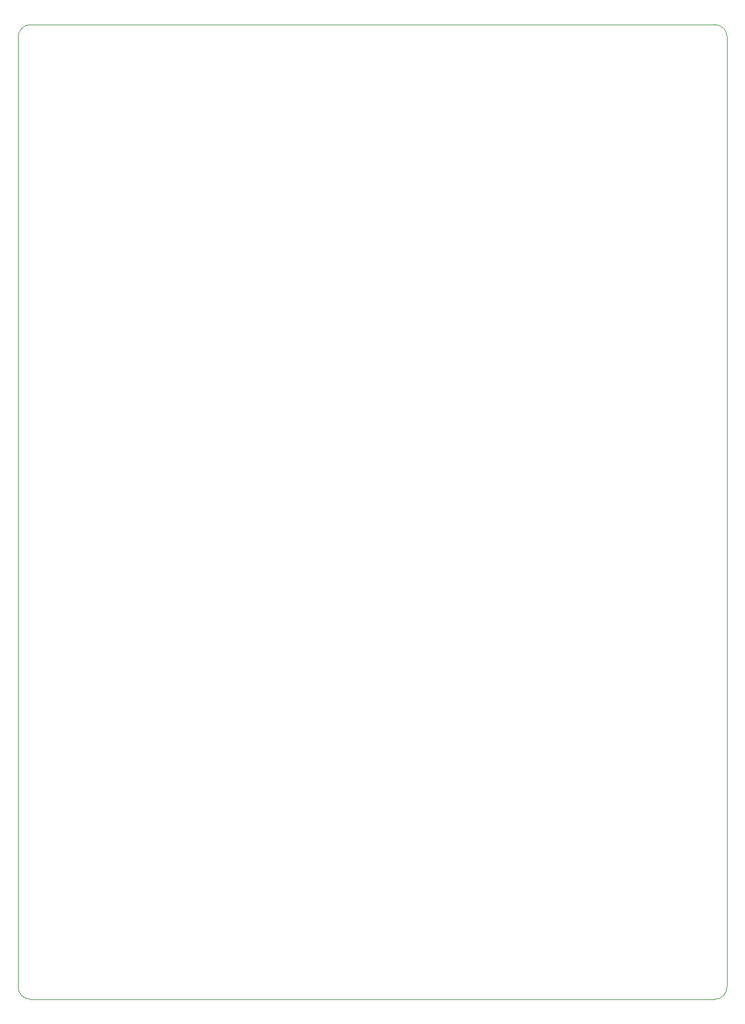
<source format=gm1>
%TF.GenerationSoftware,KiCad,Pcbnew,9.0.3-9.0.3-0~ubuntu24.04.1*%
%TF.CreationDate,2025-08-16T22:58:57+09:00*%
%TF.ProjectId,kp25tk,6b703235-746b-42e6-9b69-6361645f7063,0.0.8*%
%TF.SameCoordinates,Original*%
%TF.FileFunction,Profile,NP*%
%FSLAX46Y46*%
G04 Gerber Fmt 4.6, Leading zero omitted, Abs format (unit mm)*
G04 Created by KiCad (PCBNEW 9.0.3-9.0.3-0~ubuntu24.04.1) date 2025-08-16 22:58:57*
%MOMM*%
%LPD*%
G01*
G04 APERTURE LIST*
%TA.AperFunction,Profile*%
%ADD10C,0.100000*%
%TD*%
G04 APERTURE END LIST*
D10*
X142965000Y-45555000D02*
X46485000Y-45555000D01*
X142964993Y-45555000D02*
G75*
G02*
X144725000Y-47300000I7507J-1752500D01*
G01*
X144725000Y-47300000D02*
X144725000Y-181200000D01*
X46485000Y-182955000D02*
G75*
G02*
X44725000Y-181199993I-2500J1757500D01*
G01*
X144725000Y-181199993D02*
G75*
G02*
X142964993Y-182955000I-1757500J2493D01*
G01*
X142965000Y-182955000D02*
X46485000Y-182955000D01*
X44725000Y-181200000D02*
X44725000Y-47310000D01*
X44724993Y-47310007D02*
G75*
G02*
X46485000Y-45554993I1757507J-2493D01*
G01*
M02*

</source>
